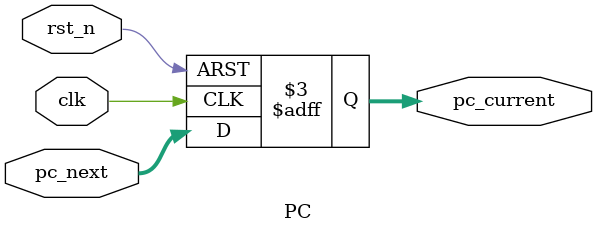
<source format=sv>
module PC(
        input logic clk,rst_n,
        input logic [31:0]  pc_next,
        output logic [31:0] pc_current
    );
    always @(posedge clk,negedge rst_n) begin
        if (~rst_n) begin
            pc_current <= 32'b0;
        end
        else begin
            pc_current <= pc_next;
        end
    end
endmodule

</source>
